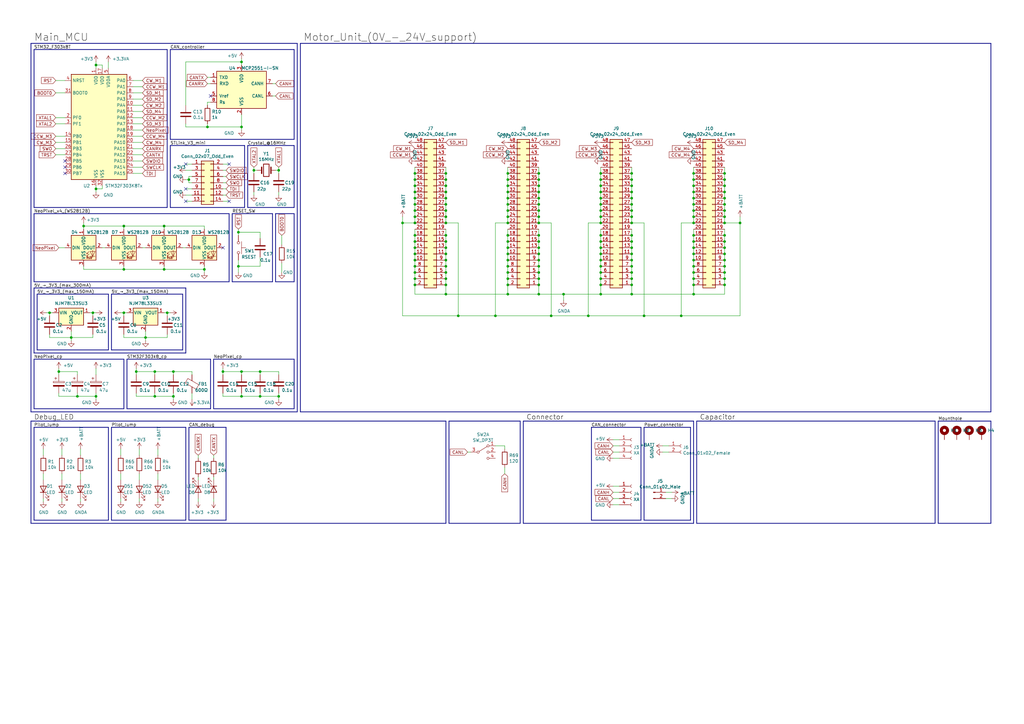
<source format=kicad_sch>
(kicad_sch (version 20211123) (generator eeschema)
  (paper "A3")
  (junction (at 297.18 116.84))
  (junction (at 220.98 120.65))
  (junction (at 259.08 96.52))
  (junction (at 259.08 104.14))
  (junction (at 259.08 83.82))
  (junction (at 220.98 111.76))
  (junction (at 246.38 111.76))
  (junction (at 182.88 111.76))
  (junction (at 38.1 128.27))
  (junction (at 226.06 129.54))
  (junction (at 208.28 99.06))
  (junction (at 208.28 109.22))
  (junction (at 297.18 114.3))
  (junction (at 114.3 162.56))
  (junction (at 114.3 69.85))
  (junction (at 67.31 110.49))
  (junction (at 284.48 91.44))
  (junction (at 246.38 83.82))
  (junction (at 284.48 111.76))
  (junction (at 182.88 86.36))
  (junction (at 83.82 110.49))
  (junction (at 259.08 73.66))
  (junction (at 187.96 129.54))
  (junction (at 297.18 81.28))
  (junction (at 91.44 152.4))
  (junction (at 39.37 26.67))
  (junction (at 182.88 88.9))
  (junction (at 63.5 162.56))
  (junction (at 246.38 101.6))
  (junction (at 208.28 88.9))
  (junction (at 259.08 71.12))
  (junction (at 170.18 76.2))
  (junction (at 182.88 101.6))
  (junction (at 39.37 77.47))
  (junction (at 182.88 120.65))
  (junction (at 182.88 104.14))
  (junction (at 106.68 162.56))
  (junction (at 170.18 73.66))
  (junction (at 220.98 81.28))
  (junction (at 104.14 69.85))
  (junction (at 284.48 86.36))
  (junction (at 284.48 101.6))
  (junction (at 182.88 83.82))
  (junction (at 208.28 76.2))
  (junction (at 220.98 73.66))
  (junction (at 297.18 101.6))
  (junction (at 170.18 78.74))
  (junction (at 284.48 114.3))
  (junction (at 170.18 91.44))
  (junction (at 259.08 106.68))
  (junction (at 208.28 120.65))
  (junction (at 246.38 81.28))
  (junction (at 170.18 81.28))
  (junction (at 220.98 96.52))
  (junction (at 99.06 152.4))
  (junction (at 246.38 104.14))
  (junction (at 297.18 78.74))
  (junction (at 208.28 73.66))
  (junction (at 220.98 78.74))
  (junction (at 50.8 110.49))
  (junction (at 284.48 73.66))
  (junction (at 170.18 83.82))
  (junction (at 297.18 91.44))
  (junction (at 208.28 101.6))
  (junction (at 182.88 73.66))
  (junction (at 259.08 114.3))
  (junction (at 246.38 88.9))
  (junction (at 259.08 81.28))
  (junction (at 208.28 114.3))
  (junction (at 246.38 91.44))
  (junction (at 284.48 104.14))
  (junction (at 170.18 99.06))
  (junction (at 259.08 78.74))
  (junction (at 284.48 83.82))
  (junction (at 220.98 76.2))
  (junction (at 284.48 96.52))
  (junction (at 50.8 92.71))
  (junction (at 297.18 73.66))
  (junction (at 284.48 78.74))
  (junction (at 297.18 111.76))
  (junction (at 34.29 92.71))
  (junction (at 297.18 104.14))
  (junction (at 182.88 106.68))
  (junction (at 246.38 76.2))
  (junction (at 231.14 120.65))
  (junction (at 182.88 99.06))
  (junction (at 170.18 71.12))
  (junction (at 170.18 88.9))
  (junction (at 182.88 71.12))
  (junction (at 182.88 114.3))
  (junction (at 246.38 73.66))
  (junction (at 67.31 92.71))
  (junction (at 246.38 116.84))
  (junction (at 170.18 106.68))
  (junction (at 97.79 95.25))
  (junction (at 24.13 152.4))
  (junction (at 220.98 114.3))
  (junction (at 297.18 86.36))
  (junction (at 246.38 71.12))
  (junction (at 297.18 99.06))
  (junction (at 39.37 162.56))
  (junction (at 99.06 52.07))
  (junction (at 297.18 83.82))
  (junction (at 182.88 76.2))
  (junction (at 182.88 78.74))
  (junction (at 297.18 96.52))
  (junction (at 259.08 88.9))
  (junction (at 85.09 52.07))
  (junction (at 208.28 83.82))
  (junction (at 208.28 81.28))
  (junction (at 59.69 138.43))
  (junction (at 259.08 101.6))
  (junction (at 246.38 86.36))
  (junction (at 170.18 114.3))
  (junction (at 259.08 76.2))
  (junction (at 220.98 101.6))
  (junction (at 55.88 152.4))
  (junction (at 259.08 120.65))
  (junction (at 241.3 129.54))
  (junction (at 220.98 91.44))
  (junction (at 279.4 129.54))
  (junction (at 220.98 109.22))
  (junction (at 246.38 78.74))
  (junction (at 284.48 106.68))
  (junction (at 170.18 86.36))
  (junction (at 259.08 99.06))
  (junction (at 170.18 109.22))
  (junction (at 264.16 129.54))
  (junction (at 246.38 120.65))
  (junction (at 77.47 73.66))
  (junction (at 165.1 91.44))
  (junction (at 203.2 129.54))
  (junction (at 284.48 71.12))
  (junction (at 182.88 109.22))
  (junction (at 284.48 109.22))
  (junction (at 208.28 111.76))
  (junction (at 297.18 71.12))
  (junction (at 20.32 128.27))
  (junction (at 220.98 83.82))
  (junction (at 182.88 96.52))
  (junction (at 63.5 152.4))
  (junction (at 259.08 109.22))
  (junction (at 220.98 71.12))
  (junction (at 170.18 101.6))
  (junction (at 97.79 109.22))
  (junction (at 106.68 152.4))
  (junction (at 99.06 25.4))
  (junction (at 297.18 76.2))
  (junction (at 297.18 106.68))
  (junction (at 68.58 128.27))
  (junction (at 220.98 88.9))
  (junction (at 208.28 78.74))
  (junction (at 208.28 91.44))
  (junction (at 284.48 120.65))
  (junction (at 29.21 138.43))
  (junction (at 259.08 86.36))
  (junction (at 50.8 128.27))
  (junction (at 246.38 106.68))
  (junction (at 284.48 99.06))
  (junction (at 246.38 109.22))
  (junction (at 284.48 116.84))
  (junction (at 99.06 162.56))
  (junction (at 182.88 116.84))
  (junction (at 297.18 109.22))
  (junction (at 208.28 116.84))
  (junction (at 297.18 88.9))
  (junction (at 170.18 104.14))
  (junction (at 259.08 111.76))
  (junction (at 31.75 162.56))
  (junction (at 220.98 106.68))
  (junction (at 259.08 91.44))
  (junction (at 182.88 91.44))
  (junction (at 284.48 81.28))
  (junction (at 259.08 116.84))
  (junction (at 71.12 162.56))
  (junction (at 220.98 99.06))
  (junction (at 220.98 86.36))
  (junction (at 170.18 116.84))
  (junction (at 208.28 104.14))
  (junction (at 208.28 86.36))
  (junction (at 284.48 88.9))
  (junction (at 182.88 81.28))
  (junction (at 220.98 116.84))
  (junction (at 208.28 96.52))
  (junction (at 220.98 104.14))
  (junction (at 71.12 152.4))
  (junction (at 170.18 96.52))
  (junction (at 208.28 106.68))
  (junction (at 246.38 114.3))
  (junction (at 170.18 111.76))
  (junction (at 303.53 91.44))
  (junction (at 208.28 71.12))
  (junction (at 246.38 96.52))
  (junction (at 246.38 99.06))
  (junction (at 284.48 76.2))
  (no_connect (at 76.2 67.31))
  (no_connect (at 76.2 77.47))
  (no_connect (at 26.67 68.58))
  (no_connect (at 91.44 101.6))
  (no_connect (at 93.98 82.55))
  (no_connect (at 86.36 39.37))
  (no_connect (at 26.67 66.04))
  (no_connect (at 26.67 71.12))
  (no_connect (at 76.2 82.55))
  (no_connect (at 93.98 67.31))
  (wire (pts (xy 297.18 68.58) (xy 297.18 71.12)))
  (wire (pts (xy 104.14 69.85) (xy 104.14 71.12)))
  (wire (pts (xy 170.18 83.82) (xy 170.18 81.28)))
  (wire (pts (xy 22.86 38.1) (xy 26.67 38.1)))
  (wire (pts (xy 31.75 152.4) (xy 24.13 152.4)))
  (bus (pts (xy 284.48 214.63) (xy 284.48 172.72)))
  (bus (pts (xy 44.45 175.26) (xy 13.97 175.26)))
  (bus (pts (xy 69.85 57.15) (xy 69.85 20.32)))
  (wire (pts (xy 254 207.01) (xy 251.46 207.01)))
  (wire (pts (xy 297.18 99.06) (xy 297.18 101.6)))
  (wire (pts (xy 220.98 111.76) (xy 220.98 114.3)))
  (wire (pts (xy 50.8 137.16) (xy 50.8 138.43)))
  (wire (pts (xy 274.32 185.42) (xy 271.78 185.42)))
  (wire (pts (xy 220.98 81.28) (xy 220.98 83.82)))
  (wire (pts (xy 231.14 123.19) (xy 231.14 120.65)))
  (bus (pts (xy 264.16 213.36) (xy 264.16 175.26)))
  (wire (pts (xy 259.08 71.12) (xy 259.08 73.66)))
  (wire (pts (xy 41.91 77.47) (xy 41.91 76.2)))
  (wire (pts (xy 254 182.88) (xy 251.46 182.88)))
  (wire (pts (xy 25.4 194.31) (xy 25.4 196.85)))
  (wire (pts (xy 57.15 184.15) (xy 57.15 186.69)))
  (wire (pts (xy 64.77 205.74) (xy 64.77 204.47)))
  (wire (pts (xy 57.15 194.31) (xy 57.15 196.85)))
  (wire (pts (xy 20.32 137.16) (xy 20.32 138.43)))
  (wire (pts (xy 170.18 71.12) (xy 170.18 68.58)))
  (wire (pts (xy 246.38 86.36) (xy 246.38 83.82)))
  (bus (pts (xy 101.6 59.69) (xy 101.6 85.09)))
  (wire (pts (xy 76.2 69.85) (xy 78.74 69.85)))
  (bus (pts (xy 92.71 213.36) (xy 92.71 175.26)))
  (wire (pts (xy 55.88 152.4) (xy 55.88 153.67)))
  (bus (pts (xy 111.76 115.57) (xy 111.76 87.63)))
  (wire (pts (xy 259.08 68.58) (xy 259.08 71.12)))
  (wire (pts (xy 297.18 120.65) (xy 297.18 116.84)))
  (wire (pts (xy 20.32 138.43) (xy 29.21 138.43)))
  (bus (pts (xy 45.72 143.51) (xy 74.93 143.51)))
  (wire (pts (xy 114.3 68.58) (xy 114.3 69.85)))
  (wire (pts (xy 49.53 205.74) (xy 49.53 204.47)))
  (wire (pts (xy 297.18 106.68) (xy 297.18 109.22)))
  (wire (pts (xy 106.68 109.22) (xy 97.79 109.22)))
  (wire (pts (xy 85.09 41.91) (xy 85.09 43.18)))
  (wire (pts (xy 24.13 151.13) (xy 24.13 152.4)))
  (bus (pts (xy 77.47 213.36) (xy 92.71 213.36)))
  (wire (pts (xy 58.42 45.72) (xy 54.61 45.72)))
  (bus (pts (xy 101.6 85.09) (xy 120.65 85.09)))
  (wire (pts (xy 226.06 91.44) (xy 226.06 129.54)))
  (wire (pts (xy 49.53 194.31) (xy 49.53 196.85)))
  (wire (pts (xy 76.2 77.47) (xy 78.74 77.47)))
  (wire (pts (xy 87.63 205.74) (xy 87.63 204.47)))
  (bus (pts (xy 13.97 147.32) (xy 13.97 167.64)))
  (wire (pts (xy 259.08 99.06) (xy 259.08 101.6)))
  (wire (pts (xy 208.28 93.98) (xy 208.28 96.52)))
  (wire (pts (xy 115.57 96.52) (xy 115.57 100.33)))
  (wire (pts (xy 58.42 35.56) (xy 54.61 35.56)))
  (wire (pts (xy 170.18 88.9) (xy 170.18 86.36)))
  (wire (pts (xy 220.98 99.06) (xy 220.98 101.6)))
  (wire (pts (xy 55.88 161.29) (xy 55.88 162.56)))
  (wire (pts (xy 17.78 194.31) (xy 17.78 196.85)))
  (wire (pts (xy 284.48 71.12) (xy 284.48 68.58)))
  (wire (pts (xy 92.71 74.93) (xy 91.44 74.93)))
  (wire (pts (xy 50.8 129.54) (xy 50.8 128.27)))
  (wire (pts (xy 50.8 92.71) (xy 34.29 92.71)))
  (wire (pts (xy 22.86 63.5) (xy 26.67 63.5)))
  (wire (pts (xy 246.38 104.14) (xy 246.38 106.68)))
  (wire (pts (xy 246.38 93.98) (xy 246.38 96.52)))
  (wire (pts (xy 50.8 110.49) (xy 67.31 110.49)))
  (wire (pts (xy 85.09 34.29) (xy 86.36 34.29)))
  (bus (pts (xy 45.72 213.36) (xy 76.2 213.36)))
  (bus (pts (xy 74.93 143.51) (xy 74.93 120.65)))
  (wire (pts (xy 115.57 107.95) (xy 115.57 111.76)))
  (wire (pts (xy 259.08 120.65) (xy 259.08 116.84)))
  (wire (pts (xy 99.06 152.4) (xy 91.44 152.4)))
  (wire (pts (xy 284.48 93.98) (xy 284.48 96.52)))
  (wire (pts (xy 106.68 162.56) (xy 114.3 162.56)))
  (wire (pts (xy 207.01 191.77) (xy 207.01 194.31)))
  (wire (pts (xy 19.05 128.27) (xy 20.32 128.27)))
  (wire (pts (xy 106.68 152.4) (xy 99.06 152.4)))
  (wire (pts (xy 58.42 50.8) (xy 54.61 50.8)))
  (wire (pts (xy 59.69 135.89) (xy 59.69 138.43)))
  (bus (pts (xy 12.7 172.72) (xy 12.7 214.63)))
  (bus (pts (xy 12.7 172.72) (xy 182.88 172.72)))
  (wire (pts (xy 29.21 138.43) (xy 38.1 138.43)))
  (wire (pts (xy 284.48 106.68) (xy 284.48 109.22)))
  (wire (pts (xy 165.1 91.44) (xy 165.1 129.54)))
  (wire (pts (xy 25.4 205.74) (xy 25.4 204.47)))
  (wire (pts (xy 284.48 76.2) (xy 284.48 73.66)))
  (wire (pts (xy 241.3 91.44) (xy 241.3 129.54)))
  (wire (pts (xy 241.3 129.54) (xy 264.16 129.54)))
  (wire (pts (xy 83.82 93.98) (xy 83.82 92.71)))
  (wire (pts (xy 54.61 63.5) (xy 58.42 63.5)))
  (wire (pts (xy 64.77 194.31) (xy 64.77 196.85)))
  (wire (pts (xy 297.18 78.74) (xy 297.18 81.28)))
  (bus (pts (xy 13.97 87.63) (xy 13.97 115.57)))
  (wire (pts (xy 59.69 138.43) (xy 68.58 138.43)))
  (wire (pts (xy 208.28 96.52) (xy 208.28 99.06)))
  (wire (pts (xy 55.88 162.56) (xy 63.5 162.56)))
  (bus (pts (xy 285.75 172.72) (xy 285.75 214.63)))
  (wire (pts (xy 246.38 88.9) (xy 246.38 86.36)))
  (bus (pts (xy 93.98 115.57) (xy 93.98 87.63)))
  (wire (pts (xy 182.88 86.36) (xy 182.88 88.9)))
  (wire (pts (xy 182.88 96.52) (xy 182.88 99.06)))
  (wire (pts (xy 170.18 78.74) (xy 170.18 76.2)))
  (wire (pts (xy 78.74 153.67) (xy 78.74 152.4)))
  (bus (pts (xy 69.85 20.32) (xy 120.65 20.32)))
  (bus (pts (xy 95.25 87.63) (xy 95.25 115.57)))
  (wire (pts (xy 20.32 129.54) (xy 20.32 128.27)))
  (bus (pts (xy 12.7 17.78) (xy 121.92 17.78)))
  (wire (pts (xy 182.88 78.74) (xy 182.88 81.28)))
  (wire (pts (xy 182.88 99.06) (xy 182.88 101.6)))
  (wire (pts (xy 43.18 101.6) (xy 41.91 101.6)))
  (wire (pts (xy 114.3 69.85) (xy 113.03 69.85)))
  (wire (pts (xy 284.48 120.65) (xy 297.18 120.65)))
  (wire (pts (xy 63.5 162.56) (xy 63.5 161.29)))
  (bus (pts (xy 383.54 214.63) (xy 383.54 172.72)))
  (wire (pts (xy 208.28 78.74) (xy 208.28 76.2)))
  (wire (pts (xy 182.88 88.9) (xy 182.88 91.44)))
  (wire (pts (xy 54.61 58.42) (xy 58.42 58.42)))
  (wire (pts (xy 63.5 153.67) (xy 63.5 152.4)))
  (wire (pts (xy 182.88 93.98) (xy 182.88 96.52)))
  (wire (pts (xy 76.2 50.8) (xy 76.2 52.07)))
  (wire (pts (xy 54.61 68.58) (xy 58.42 68.58)))
  (wire (pts (xy 170.18 91.44) (xy 170.18 88.9)))
  (wire (pts (xy 208.28 111.76) (xy 208.28 114.3)))
  (wire (pts (xy 297.18 104.14) (xy 297.18 106.68)))
  (wire (pts (xy 34.29 92.71) (xy 34.29 93.98)))
  (wire (pts (xy 165.1 88.9) (xy 165.1 91.44)))
  (bus (pts (xy 285.75 214.63) (xy 383.54 214.63)))
  (wire (pts (xy 284.48 86.36) (xy 284.48 83.82)))
  (wire (pts (xy 58.42 71.12) (xy 54.61 71.12)))
  (bus (pts (xy 264.16 175.26) (xy 283.21 175.26)))
  (wire (pts (xy 17.78 184.15) (xy 17.78 186.69)))
  (wire (pts (xy 208.28 101.6) (xy 208.28 104.14)))
  (bus (pts (xy 184.15 214.63) (xy 184.15 172.72)))
  (wire (pts (xy 85.09 31.75) (xy 86.36 31.75)))
  (wire (pts (xy 69.85 128.27) (xy 68.58 128.27)))
  (wire (pts (xy 297.18 81.28) (xy 297.18 83.82)))
  (wire (pts (xy 208.28 120.65) (xy 220.98 120.65)))
  (bus (pts (xy 214.63 214.63) (xy 284.48 214.63)))
  (wire (pts (xy 91.44 161.29) (xy 91.44 162.56)))
  (wire (pts (xy 182.88 76.2) (xy 182.88 78.74)))
  (wire (pts (xy 99.06 153.67) (xy 99.06 152.4)))
  (wire (pts (xy 76.2 80.01) (xy 78.74 80.01)))
  (wire (pts (xy 114.3 153.67) (xy 114.3 152.4)))
  (wire (pts (xy 246.38 91.44) (xy 246.38 88.9)))
  (wire (pts (xy 279.4 129.54) (xy 303.53 129.54)))
  (wire (pts (xy 91.44 162.56) (xy 99.06 162.56)))
  (wire (pts (xy 99.06 53.34) (xy 99.06 52.07)))
  (wire (pts (xy 99.06 52.07) (xy 85.09 52.07)))
  (wire (pts (xy 76.2 101.6) (xy 74.93 101.6)))
  (wire (pts (xy 39.37 151.13) (xy 39.37 153.67)))
  (wire (pts (xy 114.3 78.74) (xy 114.3 80.01)))
  (wire (pts (xy 170.18 120.65) (xy 182.88 120.65)))
  (wire (pts (xy 284.48 99.06) (xy 284.48 101.6)))
  (wire (pts (xy 251.46 204.47) (xy 254 204.47)))
  (bus (pts (xy 113.03 87.63) (xy 120.65 87.63)))
  (bus (pts (xy 12.7 214.63) (xy 182.88 214.63)))
  (bus (pts (xy 13.97 144.78) (xy 76.2 144.78)))
  (bus (pts (xy 284.48 172.72) (xy 214.63 172.72)))
  (wire (pts (xy 54.61 43.18) (xy 58.42 43.18)))
  (wire (pts (xy 67.31 109.22) (xy 67.31 110.49)))
  (bus (pts (xy 283.21 213.36) (xy 264.16 213.36)))
  (wire (pts (xy 41.91 26.67) (xy 39.37 26.67)))
  (wire (pts (xy 114.3 162.56) (xy 114.3 163.83)))
  (wire (pts (xy 106.68 161.29) (xy 106.68 162.56)))
  (wire (pts (xy 50.8 109.22) (xy 50.8 110.49)))
  (wire (pts (xy 34.29 109.22) (xy 34.29 110.49)))
  (bus (pts (xy 15.24 120.65) (xy 15.24 143.51)))
  (wire (pts (xy 284.48 104.14) (xy 284.48 106.68)))
  (wire (pts (xy 259.08 81.28) (xy 259.08 83.82)))
  (wire (pts (xy 39.37 26.67) (xy 39.37 25.4)))
  (bus (pts (xy 95.25 115.57) (xy 111.76 115.57)))
  (wire (pts (xy 297.18 86.36) (xy 297.18 88.9)))
  (wire (pts (xy 182.88 111.76) (xy 182.88 114.3)))
  (bus (pts (xy 120.65 167.64) (xy 120.65 147.32)))
  (wire (pts (xy 34.29 91.44) (xy 34.29 92.71)))
  (wire (pts (xy 208.28 91.44) (xy 208.28 88.9)))
  (bus (pts (xy 92.71 175.26) (xy 77.47 175.26)))
  (bus (pts (xy 68.58 20.32) (xy 68.58 85.09)))
  (wire (pts (xy 259.08 96.52) (xy 259.08 99.06)))
  (bus (pts (xy 13.97 167.64) (xy 50.8 167.64)))
  (wire (pts (xy 29.21 135.89) (xy 29.21 138.43)))
  (wire (pts (xy 187.96 91.44) (xy 187.96 129.54)))
  (wire (pts (xy 71.12 162.56) (xy 63.5 162.56)))
  (wire (pts (xy 193.04 185.42) (xy 191.77 185.42)))
  (wire (pts (xy 297.18 76.2) (xy 297.18 78.74)))
  (bus (pts (xy 45.72 120.65) (xy 45.72 143.51)))
  (wire (pts (xy 220.98 83.82) (xy 220.98 86.36)))
  (wire (pts (xy 31.75 161.29) (xy 31.75 162.56)))
  (wire (pts (xy 275.59 201.93) (xy 273.05 201.93)))
  (wire (pts (xy 264.16 129.54) (xy 279.4 129.54)))
  (wire (pts (xy 38.1 129.54) (xy 38.1 128.27)))
  (bus (pts (xy 406.4 168.91) (xy 406.4 17.78)))
  (wire (pts (xy 220.98 116.84) (xy 220.98 120.65)))
  (wire (pts (xy 50.8 93.98) (xy 50.8 92.71)))
  (wire (pts (xy 297.18 96.52) (xy 297.18 99.06)))
  (wire (pts (xy 297.18 114.3) (xy 297.18 116.84)))
  (wire (pts (xy 220.98 109.22) (xy 220.98 111.76)))
  (bus (pts (xy 44.45 143.51) (xy 44.45 120.65)))
  (wire (pts (xy 279.4 91.44) (xy 279.4 129.54)))
  (wire (pts (xy 284.48 96.52) (xy 284.48 99.06)))
  (wire (pts (xy 208.28 76.2) (xy 208.28 73.66)))
  (wire (pts (xy 78.74 152.4) (xy 71.12 152.4)))
  (wire (pts (xy 71.12 163.83) (xy 71.12 162.56)))
  (wire (pts (xy 297.18 83.82) (xy 297.18 86.36)))
  (bus (pts (xy 74.93 120.65) (xy 45.72 120.65)))
  (wire (pts (xy 284.48 111.76) (xy 284.48 114.3)))
  (wire (pts (xy 246.38 76.2) (xy 246.38 73.66)))
  (wire (pts (xy 182.88 114.3) (xy 182.88 116.84)))
  (wire (pts (xy 220.98 68.58) (xy 220.98 71.12)))
  (wire (pts (xy 77.47 73.66) (xy 77.47 74.93)))
  (wire (pts (xy 259.08 76.2) (xy 259.08 78.74)))
  (wire (pts (xy 105.41 69.85) (xy 104.14 69.85)))
  (wire (pts (xy 254 201.93) (xy 251.46 201.93)))
  (wire (pts (xy 26.67 48.26) (xy 22.86 48.26)))
  (wire (pts (xy 220.98 120.65) (xy 231.14 120.65)))
  (wire (pts (xy 207.01 182.88) (xy 203.2 182.88)))
  (wire (pts (xy 182.88 106.68) (xy 182.88 109.22)))
  (wire (pts (xy 170.18 73.66) (xy 170.18 71.12)))
  (bus (pts (xy 13.97 213.36) (xy 44.45 213.36)))
  (wire (pts (xy 246.38 106.68) (xy 246.38 109.22)))
  (wire (pts (xy 92.71 80.01) (xy 91.44 80.01)))
  (wire (pts (xy 297.18 101.6) (xy 297.18 104.14)))
  (wire (pts (xy 71.12 152.4) (xy 63.5 152.4)))
  (wire (pts (xy 259.08 111.76) (xy 259.08 114.3)))
  (wire (pts (xy 39.37 162.56) (xy 39.37 161.29)))
  (wire (pts (xy 106.68 153.67) (xy 106.68 152.4)))
  (wire (pts (xy 246.38 91.44) (xy 241.3 91.44)))
  (wire (pts (xy 26.67 58.42) (xy 22.86 58.42)))
  (wire (pts (xy 76.2 73.66) (xy 77.47 73.66)))
  (wire (pts (xy 54.61 38.1) (xy 58.42 38.1)))
  (bus (pts (xy 100.33 85.09) (xy 100.33 59.69)))
  (wire (pts (xy 284.48 116.84) (xy 284.48 120.65)))
  (bus (pts (xy 121.92 17.78) (xy 121.92 168.91)))
  (wire (pts (xy 187.96 129.54) (xy 203.2 129.54)))
  (bus (pts (xy 44.45 120.65) (xy 15.24 120.65)))
  (wire (pts (xy 38.1 138.43) (xy 38.1 137.16)))
  (wire (pts (xy 208.28 88.9) (xy 208.28 86.36)))
  (wire (pts (xy 26.67 33.02) (xy 22.86 33.02)))
  (bus (pts (xy 86.36 147.32) (xy 52.07 147.32)))
  (wire (pts (xy 284.48 78.74) (xy 284.48 76.2)))
  (wire (pts (xy 284.48 91.44) (xy 279.4 91.44)))
  (wire (pts (xy 208.28 73.66) (xy 208.28 71.12)))
  (wire (pts (xy 170.18 114.3) (xy 170.18 116.84)))
  (bus (pts (xy 123.19 17.78) (xy 406.4 17.78)))
  (wire (pts (xy 78.74 161.29) (xy 78.74 163.83)))
  (bus (pts (xy 120.65 85.09) (xy 120.65 59.69)))
  (wire (pts (xy 49.53 184.15) (xy 49.53 186.69)))
  (wire (pts (xy 22.86 60.96) (xy 26.67 60.96)))
  (bus (pts (xy 123.19 17.78) (xy 123.19 168.91)))
  (wire (pts (xy 106.68 105.41) (xy 106.68 109.22)))
  (bus (pts (xy 76.2 175.26) (xy 45.72 175.26)))
  (wire (pts (xy 297.18 71.12) (xy 297.18 73.66)))
  (wire (pts (xy 246.38 116.84) (xy 246.38 120.65)))
  (wire (pts (xy 25.4 184.15) (xy 25.4 186.69)))
  (wire (pts (xy 182.88 116.84) (xy 182.88 120.65)))
  (wire (pts (xy 284.48 91.44) (xy 284.48 88.9)))
  (wire (pts (xy 114.3 152.4) (xy 106.68 152.4)))
  (bus (pts (xy 13.97 175.26) (xy 13.97 213.36)))
  (wire (pts (xy 254 199.39) (xy 251.46 199.39)))
  (wire (pts (xy 297.18 88.9) (xy 297.18 91.44)))
  (wire (pts (xy 33.02 184.15) (xy 33.02 186.69)))
  (wire (pts (xy 50.8 128.27) (xy 52.07 128.27)))
  (wire (pts (xy 54.61 53.34) (xy 58.42 53.34)))
  (wire (pts (xy 170.18 86.36) (xy 170.18 83.82)))
  (wire (pts (xy 91.44 67.31) (xy 93.98 67.31)))
  (wire (pts (xy 39.37 162.56) (xy 39.37 163.83)))
  (wire (pts (xy 170.18 91.44) (xy 165.1 91.44)))
  (bus (pts (xy 121.92 168.91) (xy 12.7 168.91)))
  (bus (pts (xy 242.57 175.26) (xy 242.57 213.36)))
  (wire (pts (xy 182.88 83.82) (xy 182.88 86.36)))
  (wire (pts (xy 39.37 128.27) (xy 38.1 128.27)))
  (wire (pts (xy 170.18 109.22) (xy 170.18 111.76)))
  (wire (pts (xy 170.18 101.6) (xy 170.18 104.14)))
  (bus (pts (xy 50.8 147.32) (xy 13.97 147.32)))
  (bus (pts (xy 13.97 115.57) (xy 93.98 115.57)))
  (wire (pts (xy 303.53 129.54) (xy 303.53 91.44)))
  (bus (pts (xy 13.97 118.11) (xy 13.97 144.78)))
  (wire (pts (xy 50.8 138.43) (xy 59.69 138.43)))
  (wire (pts (xy 68.58 128.27) (xy 67.31 128.27)))
  (wire (pts (xy 246.38 120.65) (xy 259.08 120.65)))
  (bus (pts (xy 52.07 147.32) (xy 52.07 167.64)))
  (wire (pts (xy 104.14 78.74) (xy 104.14 80.01)))
  (wire (pts (xy 226.06 129.54) (xy 241.3 129.54)))
  (wire (pts (xy 208.28 71.12) (xy 208.28 68.58)))
  (wire (pts (xy 259.08 88.9) (xy 259.08 91.44)))
  (bus (pts (xy 120.65 115.57) (xy 120.65 87.63)))
  (wire (pts (xy 24.13 101.6) (xy 26.67 101.6)))
  (bus (pts (xy 76.2 144.78) (xy 76.2 118.11)))
  (wire (pts (xy 297.18 93.98) (xy 297.18 96.52)))
  (wire (pts (xy 208.28 83.82) (xy 208.28 81.28)))
  (bus (pts (xy 45.72 175.26) (xy 45.72 213.36)))
  (bus (pts (xy 214.63 172.72) (xy 214.63 214.63)))
  (wire (pts (xy 246.38 99.06) (xy 246.38 101.6)))
  (bus (pts (xy 76.2 213.36) (xy 76.2 175.26)))
  (wire (pts (xy 54.61 66.04) (xy 58.42 66.04)))
  (bus (pts (xy 406.4 172.72) (xy 406.4 214.63)))
  (wire (pts (xy 208.28 120.65) (xy 208.28 116.84)))
  (bus (pts (xy 12.7 168.91) (xy 12.7 17.78)))
  (wire (pts (xy 182.88 71.12) (xy 182.88 68.58)))
  (wire (pts (xy 58.42 55.88) (xy 54.61 55.88)))
  (bus (pts (xy 123.19 168.91) (xy 406.4 168.91)))
  (wire (pts (xy 54.61 33.02) (xy 58.42 33.02)))
  (wire (pts (xy 99.06 25.4) (xy 99.06 26.67)))
  (bus (pts (xy 120.65 59.69) (xy 101.6 59.69)))
  (wire (pts (xy 58.42 40.64) (xy 54.61 40.64)))
  (wire (pts (xy 91.44 151.13) (xy 91.44 152.4)))
  (wire (pts (xy 85.09 52.07) (xy 85.09 50.8)))
  (wire (pts (xy 97.79 109.22) (xy 97.79 111.76)))
  (wire (pts (xy 303.53 91.44) (xy 297.18 91.44)))
  (wire (pts (xy 182.88 91.44) (xy 187.96 91.44)))
  (wire (pts (xy 208.28 114.3) (xy 208.28 116.84)))
  (wire (pts (xy 26.67 55.88) (xy 22.86 55.88)))
  (wire (pts (xy 208.28 99.06) (xy 208.28 101.6)))
  (wire (pts (xy 220.98 101.6) (xy 220.98 104.14)))
  (bus (pts (xy 76.2 118.11) (xy 13.97 118.11)))
  (wire (pts (xy 91.44 77.47) (xy 92.71 77.47)))
  (wire (pts (xy 275.59 204.47) (xy 273.05 204.47)))
  (wire (pts (xy 264.16 129.54) (xy 264.16 91.44)))
  (wire (pts (xy 259.08 106.68) (xy 259.08 109.22)))
  (wire (pts (xy 76.2 52.07) (xy 85.09 52.07)))
  (wire (pts (xy 31.75 153.67) (xy 31.75 152.4)))
  (wire (pts (xy 208.28 81.28) (xy 208.28 78.74)))
  (wire (pts (xy 83.82 110.49) (xy 83.82 109.22)))
  (wire (pts (xy 207.01 184.15) (xy 207.01 182.88)))
  (wire (pts (xy 259.08 73.66) (xy 259.08 76.2)))
  (wire (pts (xy 67.31 93.98) (xy 67.31 92.71)))
  (bus (pts (xy 68.58 85.09) (xy 13.97 85.09)))
  (bus (pts (xy 50.8 167.64) (xy 50.8 147.32)))
  (wire (pts (xy 165.1 129.54) (xy 187.96 129.54)))
  (wire (pts (xy 220.98 76.2) (xy 220.98 78.74)))
  (wire (pts (xy 97.79 93.98) (xy 97.79 95.25)))
  (wire (pts (xy 20.32 128.27) (xy 21.59 128.27)))
  (bus (pts (xy 120.65 20.32) (xy 120.65 57.15)))
  (wire (pts (xy 81.28 195.58) (xy 81.28 196.85)))
  (wire (pts (xy 220.98 73.66) (xy 220.98 76.2)))
  (wire (pts (xy 99.06 24.13) (xy 99.06 25.4)))
  (wire (pts (xy 81.28 186.69) (xy 81.28 187.96)))
  (wire (pts (xy 220.98 114.3) (xy 220.98 116.84)))
  (wire (pts (xy 220.98 88.9) (xy 220.98 91.44)))
  (wire (pts (xy 68.58 138.43) (xy 68.58 137.16)))
  (wire (pts (xy 284.48 83.82) (xy 284.48 81.28)))
  (bus (pts (xy 384.81 214.63) (xy 406.4 214.63)))
  (wire (pts (xy 76.2 25.4) (xy 99.06 25.4)))
  (bus (pts (xy 87.63 167.64) (xy 120.65 167.64)))
  (wire (pts (xy 170.18 99.06) (xy 170.18 101.6)))
  (wire (pts (xy 59.69 101.6) (xy 58.42 101.6)))
  (wire (pts (xy 303.53 88.9) (xy 303.53 91.44)))
  (bus (pts (xy 184.15 214.63) (xy 213.36 214.63)))
  (wire (pts (xy 259.08 109.22) (xy 259.08 111.76)))
  (wire (pts (xy 271.78 182.88) (xy 274.32 182.88)))
  (wire (pts (xy 76.2 82.55) (xy 78.74 82.55)))
  (wire (pts (xy 284.48 88.9) (xy 284.48 86.36)))
  (bus (pts (xy 15.24 143.51) (xy 44.45 143.51)))
  (wire (pts (xy 64.77 184.15) (xy 64.77 186.69)))
  (wire (pts (xy 297.18 73.66) (xy 297.18 76.2)))
  (wire (pts (xy 170.18 111.76) (xy 170.18 114.3)))
  (wire (pts (xy 31.75 162.56) (xy 24.13 162.56)))
  (wire (pts (xy 78.74 72.39) (xy 77.47 72.39)))
  (wire (pts (xy 170.18 104.14) (xy 170.18 106.68)))
  (wire (pts (xy 33.02 194.31) (xy 33.02 196.85)))
  (wire (pts (xy 246.38 111.76) (xy 246.38 114.3)))
  (wire (pts (xy 113.03 34.29) (xy 111.76 34.29)))
  (wire (pts (xy 68.58 129.54) (xy 68.58 128.27)))
  (bus (pts (xy 93.98 87.63) (xy 13.97 87.63)))
  (wire (pts (xy 39.37 78.74) (xy 39.37 77.47)))
  (wire (pts (xy 114.3 162.56) (xy 114.3 161.29)))
  (wire (pts (xy 220.98 93.98) (xy 220.98 96.52)))
  (wire (pts (xy 246.38 73.66) (xy 246.38 71.12)))
  (wire (pts (xy 87.63 195.58) (xy 87.63 196.85)))
  (bus (pts (xy 383.54 172.72) (xy 285.75 172.72)))
  (wire (pts (xy 259.08 78.74) (xy 259.08 81.28)))
  (wire (pts (xy 284.48 109.22) (xy 284.48 111.76)))
  (wire (pts (xy 83.82 92.71) (xy 67.31 92.71)))
  (wire (pts (xy 114.3 71.12) (xy 114.3 69.85)))
  (bus (pts (xy 213.36 214.63) (xy 213.36 172.72)))
  (wire (pts (xy 83.82 111.76) (xy 83.82 110.49)))
  (wire (pts (xy 220.98 96.52) (xy 220.98 99.06)))
  (wire (pts (xy 259.08 86.36) (xy 259.08 88.9)))
  (wire (pts (xy 246.38 114.3) (xy 246.38 116.84)))
  (wire (pts (xy 208.28 109.22) (xy 208.28 111.76)))
  (wire (pts (xy 44.45 27.94) (xy 44.45 25.4)))
  (bus (pts (xy 283.21 175.26) (xy 283.21 213.36)))
  (wire (pts (xy 284.48 73.66) (xy 284.48 71.12)))
  (wire (pts (xy 33.02 205.74) (xy 33.02 204.47)))
  (bus (pts (xy 111.76 87.63) (xy 95.25 87.63)))
  (wire (pts (xy 77.47 74.93) (xy 78.74 74.93)))
  (bus (pts (xy 87.63 147.32) (xy 87.63 167.64)))
  (wire (pts (xy 259.08 114.3) (xy 259.08 116.84)))
  (bus (pts (xy 113.03 115.57) (xy 120.65 115.57)))
  (wire (pts (xy 111.76 39.37) (xy 113.03 39.37)))
  (wire (pts (xy 76.2 43.18) (xy 76.2 25.4)))
  (wire (pts (xy 39.37 77.47) (xy 41.91 77.47)))
  (wire (pts (xy 57.15 205.74) (xy 57.15 204.47)))
  (wire (pts (xy 251.46 185.42) (xy 254 185.42)))
  (wire (pts (xy 91.44 82.55) (xy 93.98 82.55)))
  (wire (pts (xy 39.37 77.47) (xy 39.37 76.2)))
  (wire (pts (xy 67.31 110.49) (xy 83.82 110.49)))
  (wire (pts (xy 24.13 153.67) (xy 24.13 152.4)))
  (wire (pts (xy 246.38 109.22) (xy 246.38 111.76)))
  (bus (pts (xy 86.36 167.64) (xy 86.36 147.32)))
  (wire (pts (xy 246.38 78.74) (xy 246.38 76.2)))
  (wire (pts (xy 17.78 205.74) (xy 17.78 204.47)))
  (bus (pts (xy 113.03 87.63) (xy 113.03 115.57)))
  (wire (pts (xy 86.36 41.91) (xy 85.09 41.91)))
  (wire (pts (xy 31.75 162.56) (xy 39.37 162.56)))
  (wire (pts (xy 297.18 109.22) (xy 297.18 111.76)))
  (wire (pts (xy 49.53 128.27) (xy 50.8 128.27)))
  (wire (pts (xy 92.71 69.85) (xy 91.44 69.85)))
  (wire (pts (xy 76.2 67.31) (xy 78.74 67.31)))
  (wire (pts (xy 220.98 71.12) (xy 220.98 73.66)))
  (wire (pts (xy 203.2 129.54) (xy 203.2 91.44)))
  (wire (pts (xy 259.08 101.6) (xy 259.08 104.14)))
  (wire (pts (xy 208.28 86.36) (xy 208.28 83.82)))
  (wire (pts (xy 182.88 81.28) (xy 182.88 83.82)))
  (wire (pts (xy 97.79 95.25) (xy 106.68 95.25)))
  (wire (pts (xy 220.98 106.68) (xy 220.98 109.22)))
  (bus (pts (xy 120.65 57.15) (xy 69.85 57.15)))
  (wire (pts (xy 106.68 162.56) (xy 99.06 162.56)))
  (wire (pts (xy 182.88 109.22) (xy 182.88 111.76)))
  (wire (pts (xy 264.16 91.44) (xy 259.08 91.44)))
  (wire (pts (xy 231.14 120.65) (xy 246.38 120.65)))
  (bus (pts (xy 44.45 213.36) (xy 44.45 175.26)))
  (wire (pts (xy 220.98 78.74) (xy 220.98 81.28)))
  (bus (pts (xy 120.65 147.32) (xy 87.63 147.32)))
  (wire (pts (xy 182.88 104.14) (xy 182.88 106.68)))
  (wire (pts (xy 170.18 106.68) (xy 170.18 109.22)))
  (wire (pts (xy 297.18 111.76) (xy 297.18 114.3)))
  (wire (pts (xy 220.98 104.14) (xy 220.98 106.68)))
  (wire (pts (xy 246.38 96.52) (xy 246.38 99.06)))
  (bus (pts (xy 406.4 172.72) (xy 384.81 172.72)))
  (wire (pts (xy 106.68 95.25) (xy 106.68 97.79)))
  (wire (pts (xy 91.44 152.4) (xy 91.44 153.67)))
  (wire (pts (xy 59.69 139.7) (xy 59.69 138.43)))
  (wire (pts (xy 34.29 110.49) (xy 50.8 110.49)))
  (wire (pts (xy 97.79 109.22) (xy 97.79 106.68)))
  (wire (pts (xy 259.08 104.14) (xy 259.08 106.68)))
  (bus (pts (xy 13.97 20.32) (xy 68.58 20.32)))
  (bus (pts (xy 69.85 59.69) (xy 69.85 85.09)))
  (bus (pts (xy 100.33 59.69) (xy 69.85 59.69)))
  (wire (pts (xy 41.91 27.94) (xy 41.91 26.67)))
  (wire (pts (xy 97.79 95.25) (xy 97.79 96.52)))
  (bus (pts (xy 69.85 85.09) (xy 100.33 85.09)))
  (bus (pts (xy 52.07 167.64) (xy 86.36 167.64)))
  (wire (pts (xy 246.38 83.82) (xy 246.38 81.28)))
  (wire (pts (xy 246.38 81.28) (xy 246.38 78.74)))
  (wire (pts (xy 99.06 46.99) (xy 99.06 52.07)))
  (wire (pts (xy 254 180.34) (xy 251.46 180.34)))
  (wire (pts (xy 182.88 73.66) (xy 182.88 76.2)))
  (wire (pts (xy 220.98 86.36) (xy 220.98 88.9)))
  (wire (pts (xy 259.08 93.98) (xy 259.08 96.52)))
  (bus (pts (xy 77.47 175.26) (xy 77.47 213.36)))
  (bus (pts (xy 242.57 213.36) (xy 262.89 213.36)))
  (wire (pts (xy 67.31 92.71) (xy 50.8 92.71)))
  (wire (pts (xy 170.18 116.84) (xy 170.18 120.65)))
  (wire (pts (xy 22.86 50.8) (xy 26.67 50.8)))
  (wire (pts (xy 203.2 91.44) (xy 208.28 91.44)))
  (wire (pts (xy 170.18 76.2) (xy 170.18 73.66)))
  (wire (pts (xy 208.28 104.14) (xy 208.28 106.68)))
  (wire (pts (xy 284.48 101.6) (xy 284.48 104.14)))
  (wire (pts (xy 29.21 139.7) (xy 29.21 138.43)))
  (wire (pts (xy 246.38 101.6) (xy 246.38 104.14)))
  (wire (pts (xy 284.48 114.3) (xy 284.48 116.84)))
  (wire (pts (xy 81.28 205.74) (xy 81.28 204.47)))
  (wire (pts (xy 38.1 128.27) (xy 36.83 128.27)))
  (wire (pts (xy 71.12 161.29) (xy 71.12 162.56)))
  (wire (pts (xy 71.12 153.67) (xy 71.12 152.4)))
  (wire (pts (xy 170.18 96.52) (xy 170.18 99.06)))
  (wire (pts (xy 87.63 186.69) (xy 87.63 187.96)))
  (wire (pts (xy 24.13 162.56) (xy 24.13 161.29)))
  (wire (pts (xy 208.28 106.68) (xy 208.28 109.22)))
  (wire (pts (xy 39.37 27.94) (xy 39.37 26.67)))
  (wire (pts (xy 63.5 152.4) (xy 55.88 152.4)))
  (wire (pts (xy 254 187.96) (xy 251.46 187.96)))
  (bus (pts (xy 213.36 172.72) (xy 184.15 172.72)))
  (wire (pts (xy 284.48 81.28) (xy 284.48 78.74)))
  (wire (pts (xy 77.47 72.39) (xy 77.47 73.66)))
  (wire (pts (xy 246.38 71.12) (xy 246.38 68.58)))
  (wire (pts (xy 54.61 60.96) (xy 58.42 60.96)))
  (wire (pts (xy 54.61 48.26) (xy 58.42 48.26)))
  (wire (pts (xy 182.88 101.6) (xy 182.88 104.14)))
  (bus (pts (xy 13.97 85.09) (xy 13.97 20.32)))
  (wire (pts (xy 99.06 162.56) (xy 99.06 161.29)))
  (bus (pts (xy 262.89 175.26) (xy 242.57 175.26)))
  (wire (pts (xy 259.08 83.82) (xy 259.08 86.36)))
  (bus (pts (xy 262.89 213.36) (xy 262.89 175.26)))
  (wire (pts (xy 170.18 81.28) (xy 170.18 78.74)))
  (wire (pts (xy 182.88 120.65) (xy 208.28 120.65)))
  (wire (pts (xy 104.14 68.58) (xy 104.14 69.85)))
  (wire (pts (xy 55.88 151.13) (xy 55.88 152.4)))
  (wire (pts (xy 259.08 120.65) (xy 284.48 120.65)))
  (bus (pts (xy 384.81 172.72) (xy 384.81 214.63)))
  (wire (pts (xy 170.18 93.98) (xy 170.18 96.52)))
  (wire (pts (xy 182.88 71.12) (xy 182.88 73.66)))
  (wire (pts (xy 220.98 91.44) (xy 226.06 91.44)))
  (wire (pts (xy 91.44 72.39) (xy 92.71 72.39)))
  (wire (pts (xy 203.2 129.54) (xy 226.06 129.54)))
  (bus (pts (xy 182.88 172.72) (xy 182.88 214.63)))
  (label "Main_MCU" (at 13.97 17.78 0) (effects (font (size 2.9972 2.9972))))
  (label "CAN_connector" (at 242.57 175.26 0))
  (label "Power_connector" (at 264.16 175.26 0))
  (label "5V_→_3V3_(max_300mA)" (at 13.97 118.11 0))
  (label "NeoPixel_x4_(WS2812B)" (at 13.97 87.63 0))
  (label "STLink_V3_mini" (at 69.85 59.69 0))
  (label "NeoPixel_cp" (at 13.97 147.32 0))
  (label "5V_→_3V3_(max_150mA)" (at 15.24 120.65 0))
  (label "Debug_LED" (at 13.97 172.72 0) (effects (font (size 2.0066 2.0066))))
  (label "5V_→_3V3_(max_150mA)" (at 45.72 120.65 0))
  (label "CAN_controller" (at 69.85 20.32 0))
  (label "Pilot_lump" (at 13.97 175.26 0))
  (label "Crystal_@16MHz" (at 101.6 59.69 0))
  (label "Capacitor" (at 287.02 172.72 0) (effects (font (size 2.0066 2.0066))))
  (label "CAN_debug" (at 77.47 175.26 0))
  (label "RESET_SW" (at 95.25 87.63 0))
  (label "Connector" (at 215.9 172.72 0) (effects (font (size 2.0066 2.0066))))
  (label "NeoPixel_cp" (at 87.63 147.32 0))
  (label "Pilot_lump" (at 45.72 175.26 0))
  (label "STM32_F303k8T" (at 13.97 20.32 0))
  (label "STM32F303k8_cp" (at 52.07 147.32 0))
  (label "Mounthole" (at 384.81 172.72 0))
  (label "Motor_Unit_(0V_-_24V_support)" (at 124.46 17.78 0) (effects (font (size 2.9972 2.9972))))
  (global_label "CANH" (shape input) (at 113.03 34.29 0) (property "Intersheet References" "${INTERSHEET_REFS}" (effects hide)))
  (global_label "CCW_M2" (shape input) (at 208.28 63.5 180) (property "Intersheet References" "${INTERSHEET_REFS}" (effects hide)))
  (global_label "SD_M1" (shape input) (at 182.88 58.42 0) (property "Intersheet References" "${INTERSHEET_REFS}" (effects hide)))
  (global_label "CANTX" (shape input) (at 87.63 186.69 90) (property "Intersheet References" "${INTERSHEET_REFS}" (effects hide)))
  (global_label "CANRX" (shape input) (at 58.42 60.96 0) (property "Intersheet References" "${INTERSHEET_REFS}" (effects hide)))
  (global_label "XTAL1" (shape input) (at 114.3 68.58 90) (property "Intersheet References" "${INTERSHEET_REFS}" (effects hide)))
  (global_label "CANH" (shape input) (at 251.46 182.88 180) (property "Intersheet References" "${INTERSHEET_REFS}" (effects hide)))
  (global_label "CCW_M1" (shape input) (at 170.18 63.5 180) (property "Intersheet References" "${INTERSHEET_REFS}" (effects hide)))
  (global_label "CW_M2" (shape input) (at 58.42 43.18 0) (property "Intersheet References" "${INTERSHEET_REFS}" (effects hide)))
  (global_label "SD_M4" (shape input) (at 58.42 45.72 0) (property "Intersheet References" "${INTERSHEET_REFS}" (effects hide)))
  (global_label "TDI" (shape input) (at 92.71 77.47 0) (property "Intersheet References" "${INTERSHEET_REFS}" (effects hide)))
  (global_label "CCW_M4" (shape input) (at 284.48 63.5 180) (property "Intersheet References" "${INTERSHEET_REFS}" (effects hide)))
  (global_label "SWCLK" (shape input) (at 92.71 72.39 0) (property "Intersheet References" "${INTERSHEET_REFS}" (effects hide)))
  (global_label "CANH" (shape input) (at 207.01 194.31 270) (property "Intersheet References" "${INTERSHEET_REFS}" (effects hide)))
  (global_label "RST" (shape input) (at 22.86 33.02 180) (property "Intersheet References" "${INTERSHEET_REFS}" (effects hide)))
  (global_label "CANL" (shape input) (at 113.03 39.37 0) (property "Intersheet References" "${INTERSHEET_REFS}" (effects hide)))
  (global_label "NeoPixel" (shape input) (at 24.13 101.6 180) (property "Intersheet References" "${INTERSHEET_REFS}" (effects hide)))
  (global_label "CANL" (shape input) (at 251.46 185.42 180) (property "Intersheet References" "${INTERSHEET_REFS}" (effects hide)))
  (global_label "SWDIO" (shape input) (at 58.42 66.04 0) (property "Intersheet References" "${INTERSHEET_REFS}" (effects hide)))
  (global_label "CW_M1" (shape input) (at 170.18 60.96 180) (property "Intersheet References" "${INTERSHEET_REFS}" (effects hide)))
  (global_label "SD_M1" (shape input) (at 58.42 38.1 0) (property "Intersheet References" "${INTERSHEET_REFS}" (effects hide)))
  (global_label "CANRX" (shape input) (at 81.28 186.69 90) (property "Intersheet References" "${INTERSHEET_REFS}" (effects hide)))
  (global_label "XTAL2" (shape input) (at 22.86 50.8 180) (property "Intersheet References" "${INTERSHEET_REFS}" (effects hide)))
  (global_label "SD_M3" (shape input) (at 259.08 58.42 0) (property "Intersheet References" "${INTERSHEET_REFS}" (effects hide)))
  (global_label "TRST" (shape input) (at 22.86 63.5 180) (property "Intersheet References" "${INTERSHEET_REFS}" (effects hide)))
  (global_label "SD_M3" (shape input) (at 58.42 50.8 0) (property "Intersheet References" "${INTERSHEET_REFS}" (effects hide)))
  (global_label "CW_M3" (shape input) (at 246.38 60.96 180) (property "Intersheet References" "${INTERSHEET_REFS}" (effects hide)))
  (global_label "CANTX" (shape input) (at 58.42 63.5 0) (property "Intersheet References" "${INTERSHEET_REFS}" (effects hide)))
  (global_label "NeoPixel" (shape input) (at 58.42 53.34 0) (property "Intersheet References" "${INTERSHEET_REFS}" (effects hide)))
  (global_label "SD_M2" (shape input) (at 58.42 40.64 0) (property "Intersheet References" "${INTERSHEET_REFS}" (effects hide)))
  (global_label "XTAL1" (shape input) (at 22.86 48.26 180) (property "Intersheet References" "${INTERSHEET_REFS}" (effects hide)))
  (global_label "CW_M2" (shape input) (at 208.28 60.96 180) (property "Intersheet References" "${INTERSHEET_REFS}" (effects hide)))
  (global_label "BOOT0" (shape input) (at 115.57 96.52 90) (property "Intersheet References" "${INTERSHEET_REFS}" (effects hide)))
  (global_label "SWO" (shape input) (at 92.71 74.93 0) (property "Intersheet References" "${INTERSHEET_REFS}" (effects hide)))
  (global_label "CW_M4" (shape input) (at 58.42 58.42 0) (property "Intersheet References" "${INTERSHEET_REFS}" (effects hide)))
  (global_label "RST" (shape input) (at 97.79 93.98 90) (property "Intersheet References" "${INTERSHEET_REFS}" (effects hide)))
  (global_label "CANRX" (shape input) (at 85.09 34.29 180) (property "Intersheet References" "${INTERSHEET_REFS}" (effects hide)))
  (global_label "SWO" (shape input) (at 22.86 60.96 180) (property "Intersheet References" "${INTERSHEET_REFS}" (effects hide)))
  (global_label "CCW_M3" (shape input) (at 22.86 55.88 180) (property "Intersheet References" "${INTERSHEET_REFS}" (effects hide)))
  (global_label "CANTX" (shape input) (at 85.09 31.75 180) (property "Intersheet References" "${INTERSHEET_REFS}" (effects hide)))
  (global_label "XTAL2" (shape input) (at 104.14 68.58 90) (property "Intersheet References" "${INTERSHEET_REFS}" (effects hide)))
  (global_label "CCW_M1" (shape input) (at 58.42 35.56 0) (property "Intersheet References" "${INTERSHEET_REFS}" (effects hide)))
  (global_label "CCW_M4" (shape input) (at 58.42 55.88 0) (property "Intersheet References" "${INTERSHEET_REFS}" (effects hide)))
  (global_label "BOOT0" (shape input) (at 22.86 38.1 180) (property "Intersheet References" "${INTERSHEET_REFS}" (effects hide)))
  (global_label "CANL" (shape input) (at 251.46 204.47 180) (property "Intersheet References" "${INTERSHEET_REFS}" (effects hide)))
  (global_label "CANL" (shape input) (at 191.77 185.42 180) (property "Intersheet References" "${INTERSHEET_REFS}" (effects hide)))
  (global_label "SD_M2" (shape input) (at 220.98 58.42 0) (property "Intersheet References" "${INTERSHEET_REFS}" (effects hide)))
  (global_label "TRST" (shape input) (at 92.71 80.01 0) (property "Intersheet References" "${INTERSHEET_REFS}" (effects hide)))
  (global_label "SWDIO" (shape input) (at 92.71 69.85 0) (property "Intersheet References" "${INTERSHEET_REFS}" (effects hide)))
  (global_label "CW_M4" (shape input) (at 284.48 60.96 180) (property "Intersheet References" "${INTERSHEET_REFS}" (effects hide)))
  (global_label "CANH" (shape input) (at 251.46 201.93 180) (property "Intersheet References" "${INTERSHEET_REFS}" (effects hide)))
  (global_label "SD_M4" (shape input) (at 297.18 58.42 0) (property "Intersheet References" "${INTERSHEET_REFS}" (effects hide)))
  (global_label "CCW_M2" (shape input) (at 58.42 48.26 0) (property "Intersheet References" "${INTERSHEET_REFS}" (effects hide)))
  (global_label "SWCLK" (shape input) (at 58.42 68.58 0) (property "Intersheet References" "${INTERSHEET_REFS}" (effects hide)))
  (global_label "TDI" (shape input) (at 58.42 71.12 0) (property "Intersheet References" "${INTERSHEET_REFS}" (effects hide)))
  (global_label "CCW_M3" (shape input) (at 246.38 63.5 180) (property "Intersheet References" "${INTERSHEET_REFS}" (effects hide)))
  (global_label "CW_M3" (shape input) (at 22.86 58.42 180) (property "Intersheet References" "${INTERSHEET_REFS}" (effects hide)))
  (global_label "CW_M1" (shape input) (at 58.42 33.02 0) (property "Intersheet References" "${INTERSHEET_REFS}" (effects hide)))
  (symbol (lib_id "Device:R") (at 17.78 190.5 0) (unit 1)
    (property "Reference" "R1" (at 19.558 189.3316 0) (effects (justify left)))
    (property "Value" "10k" (at 19.558 191.643 0) (effects (justify left)))
    (property "Footprint" "Resistor_SMD:R_0603_1608Metric" (effects hide))
  )
  (symbol (lib_id "Device:LED") (at 17.78 200.66 90) (unit 1)
    (property "Reference" "D1" (at 19.05 199.39 90) (effects (justify right)))
    (property "Value" "LED" (at 19.05 201.93 90) (effects (justify right)))
    (property "Footprint" "LED_SMD:LED_0603_1608Metric" (effects hide))
  )
  (symbol (lib_id "Device:C") (at 38.1 133.35 0) (unit 1)
    (property "Reference" "C5" (at 40.64 133.35 0) (effects (justify left)))
    (property "Value" "0.1u" (at 39.37 135.89 0) (effects (justify left)))
    (property "Footprint" "Capacitor_SMD:C_0603_1608Metric" (effects hide))
  )
  (symbol (lib_id "MCU_ST_STM32F3:STM32F303K8Tx") (at 41.91 50.8 0) (unit 1)
    (property "Reference" "U2" (at 35.56 76.2 0))
    (property "Value" "STM32F303K8Tx" (at 50.8 76.2 0))
    (property "Footprint" "Package_QFP:LQFP-32_7x7mm_P0.8mm" (effects hide))
    (property "Datasheet" "http://www.st.com/st-web-ui/static/active/en/resource/technical/document/datasheet/DM00092070.pdf" (effects hide))
  )
  (symbol (lib_id "Interface_CAN_LIN:MCP2551-I-SN") (at 99.06 36.83 0) (unit 1)
    (property "Reference" "U4" (at 95.25 27.94 0))
    (property "Value" "MCP2551-I-SN" (at 106.68 27.94 0))
    (property "Footprint" "Package_SO:SOIC-8_3.9x4.9mm_P1.27mm" (effects hide))
    (property "Datasheet" "http://ww1.microchip.com/downloads/en/devicedoc/21667d.pdf" (effects hide))
  )
  (symbol (lib_id "power:+3V3") (at 81.28 205.74 180) (unit 1)
    (property "Reference" "#PWR0161" (effects hide))
    (property "Value" "+3V3" (at 80.899 210.1342 0))
  )
  (symbol (lib_id "power:+3V3") (at 87.63 205.74 180) (unit 1)
    (property "Reference" "#PWR0162" (effects hide))
    (property "Value" "+3V3" (at 87.249 210.1342 0))
  )
  (symbol (lib_id "power:GND") (at 39.37 78.74 0) (unit 1)
    (property "Reference" "#PWR012" (effects hide))
    (property "Value" "GND" (at 44.45 80.01 0))
  )
  (symbol (lib_id "power:+3V3") (at 39.37 25.4 0) (unit 1)
    (property "Reference" "#PWR011" (effects hide))
    (property "Value" "+3V3" (at 35.56 24.13 0))
  )
  (symbol (lib_id "Device:R") (at 85.09 46.99 0) (unit 1)
    (property "Reference" "R10" (at 86.868 45.8216 0) (effects (justify left)))
    (property "Value" "1k" (at 86.868 48.133 0) (effects (justify left)))
    (property "Footprint" "Resistor_SMD:R_0603_1608Metric" (effects hide))
  )
  (symbol (lib_id "Device:C") (at 76.2 46.99 0) (unit 1)
    (property "Reference" "C13" (at 79.121 45.8216 0) (effects (justify left)))
    (property "Value" "0.1u" (at 79.121 48.133 0) (effects (justify left)))
    (property "Footprint" "Capacitor_SMD:C_0603_1608Metric" (effects hide))
  )
  (symbol (lib_id "power:GND") (at 17.78 205.74 0) (unit 1)
    (property "Reference" "#PWR03" (effects hide))
    (property "Value" "GND" (at 17.907 210.1342 0))
  )
  (symbol (lib_id "power:+5V") (at 17.78 184.15 0) (unit 1)
    (property "Reference" "#PWR02" (effects hide))
    (property "Value" "+5V" (at 17.78 180.34 0))
  )
  (symbol (lib_id "Device:R") (at 25.4 190.5 0) (unit 1)
    (property "Reference" "R2" (at 27.178 189.3316 0) (effects (justify left)))
    (property "Value" "10k" (at 27.178 191.643 0) (effects (justify left)))
    (property "Footprint" "Resistor_SMD:R_0603_1608Metric" (effects hide))
  )
  (symbol (lib_id "Device:LED") (at 25.4 200.66 90) (unit 1)
    (property "Reference" "D2" (at 26.67 199.39 90) (effects (justify right)))
    (property "Value" "LED" (at 26.67 201.93 90) (effects (justify right)))
    (property "Footprint" "LED_SMD:LED_0603_1608Metric" (effects hide))
  )
  (symbol (lib_id "power:GND") (at 25.4 205.74 0) (unit 1)
    (property "Reference" "#PWR06" (effects hide))
    (property "Value" "GND" (at 25.527 210.1342 0))
  )
  (symbol (lib_id "power:GND") (at 99.06 53.34 0) (unit 1)
    (property "Reference" "#PWR041" (effects hide))
    (property "Value" "GND" (at 93.98 54.61 0))
  )
  (symbol (lib_id "power:+3V3") (at 25.4 184.15 0) (unit 1)
    (property "Reference" "#PWR05" (effects hide))
    (property "Value" "+3V3" (at 25.4 180.34 0))
  )
  (symbol (lib_id "power:+5V") (at 99.06 24.13 0) (unit 1)
    (property "Reference" "#PWR040" (effects hide))
    (property "Value" "+5V" (at 95.25 22.86 0))
  )
  (symbol (lib_id "Device:R") (at 81.28 191.77 0) (unit 1)
    (property "Reference" "R5" (at 83.058 190.6016 0) (effects (justify left)))
    (property "Value" "10k" (at 83.058 192.913 0) (effects (justify left)))
    (property "Footprint" "Resistor_SMD:R_0603_1608Metric" (effects hide))
  )
  (symbol (lib_id "Device:LED") (at 81.28 200.66 270) (unit 1)
    (property "Reference" "D6" (at 80.01 201.93 90) (effects (justify right)))
    (property "Value" "LED" (at 80.01 199.39 90) (effects (justify right)))
    (property "Footprint" "LED_SMD:LED_0603_1608Metric" (effects hide))
  )
  (symbol (lib_id "Regulator_Linear:AP2204RB-3.3") (at 29.21 128.27 0) (unit 1)
    (property "Reference" "U1" (at 29.21 122.1232 0))
    (property "Value" "NJM78L33SU3" (at 29.21 124.4346 0))
    (property "Footprint" "Package_TO_SOT_SMD:SOT-89-3" (effects hide))
    (property "Datasheet" "https://www.diodes.com/assets/Datasheets/AP2204.pdf" (effects hide))
  )
  (symbol (lib_id "power:+5V") (at 49.53 128.27 90) (unit 1)
    (property "Reference" "#PWR0163" (effects hide))
    (property "Value" "+5V" (at 49.53 130.81 90) (effects (justify left)))
  )
  (symbol (lib_id "power:+3V3") (at 69.85 128.27 270) (unit 1)
    (property "Reference" "#PWR0164" (effects hide))
    (property "Value" "+3V3" (at 68.58 130.81 90) (effects (justify left)))
  )
  (symbol (lib_id "Device:C") (at 50.8 133.35 0) (unit 1)
    (property "Reference" "C8" (at 53.34 133.35 0) (effects (justify left)))
    (property "Value" "0.1u" (at 52.07 135.89 0) (effects (justify left)))
    (property "Footprint" "Capacitor_SMD:C_0603_1608Metric" (effects hide))
  )
  (symbol (lib_id "power:GND") (at 59.69 139.7 0) (unit 1)
    (property "Reference" "#PWR0165" (effects hide))
    (property "Value" "GND" (at 55.88 140.97 0))
  )
  (symbol (lib_id "Device:C") (at 68.58 133.35 0) (unit 1)
    (property "Reference" "C11" (at 71.12 133.35 0) (effects (justify left)))
    (property "Value" "0.1u" (at 69.85 135.89 0) (effects (justify left)))
    (property "Footprint" "Capacitor_SMD:C_0603_1608Metric" (effects hide))
  )
  (symbol (lib_id "Regulator_Linear:AP2204RB-3.3") (at 59.69 128.27 0) (unit 1)
    (property "Reference" "U3" (at 59.69 122.1232 0))
    (property "Value" "NJM78L33SU3" (at 59.69 124.4346 0))
    (property "Footprint" "Package_TO_SOT_SMD:SOT-89-3" (effects hide))
    (property "Datasheet" "https://www.diodes.com/assets/Datasheets/AP2204.pdf" (effects hide))
  )
  (symbol (lib_id "Device:R") (at 87.63 191.77 0) (unit 1)
    (property "Reference" "R6" (at 89.408 190.6016 0) (effects (justify left)))
    (property "Value" "10k" (at 89.408 192.913 0) (effects (justify left)))
    (property "Footprint" "Resistor_SMD:R_0603_1608Metric" (effects hide))
  )
  (symbol (lib_id "Device:LED") (at 87.63 200.66 270) (unit 1)
    (property "Reference" "D8" (at 86.36 201.93 90) (effects (justify right)))
    (property "Value" "LED" (at 86.36 199.39 90) (effects (justify right)))
    (property "Footprint" "LED_SMD:LED_0603_1608Metric" (effects hide))
  )
  (symbol (lib_id "Device:Crystal") (at 109.22 69.85 0) (unit 1)
    (property "Reference" "Y1" (at 109.22 63.0428 0))
    (property "Value" "16MHz" (at 109.22 65.3542 0))
    (property "Footprint" "Crystal:Crystal_SMD_HC49-SD" (effects hide))
  )
  (symbol (lib_id "Device:C") (at 104.14 74.93 0) (unit 1)
    (property "Reference" "C16" (at 106.68 74.93 0) (effects (justify left)))
    (property "Value" "22p" (at 105.41 77.47 0) (effects (justify left)))
    (property "Footprint" "Capacitor_SMD:C_0603_1608Metric" (effects hide))
  )
  (symbol (lib_id "Device:C") (at 114.3 74.93 0) (unit 1)
    (property "Reference" "C19" (at 116.84 74.93 0) (effects (justify left)))
    (property "Value" "22p" (at 115.57 77.47 0) (effects (justify left)))
    (property "Footprint" "Capacitor_SMD:C_0603_1608Metric" (effects hide))
  )
  (symbol (lib_id "power:GND") (at 104.14 80.01 0) (unit 1)
    (property "Reference" "#PWR043" (effects hide))
    (property "Value" "GND" (at 106.68 83.82 0))
  )
  (symbol (lib_id "power:GND") (at 114.3 80.01 0) (unit 1)
    (property "Reference" "#PWR045" (effects hide))
    (property "Value" "GND" (at 115.57 83.82 0))
  )
  (symbol (lib_id "Switch:SW_DP3T") (at 198.12 185.42 0) (unit 1)
    (property "Reference" "SW2" (at 198.12 178.2318 0))
    (property "Value" "SW_DP3T" (at 198.12 180.5432 0))
    (property "Footprint" "Robot Club:CL-SB-13A-01" (effects hide))
  )
  (symbol (lib_id "Device:R") (at 49.53 190.5 0) (unit 1)
    (property "Reference" "R65" (at 51.308 189.3316 0) (effects (justify left)))
    (property "Value" "10k" (at 51.308 191.643 0) (effects (justify left)))
    (property "Footprint" "Resistor_SMD:R_0603_1608Metric" (effects hide))
  )
  (symbol (lib_id "Device:LED") (at 49.53 200.66 90) (unit 1)
    (property "Reference" "D51" (at 50.8 199.39 90) (effects (justify right)))
    (property "Value" "LED" (at 50.8 201.93 90) (effects (justify right)))
    (property "Footprint" "LED_SMD:LED_0603_1608Metric" (effects hide))
  )
  (symbol (lib_id "power:GND") (at 49.53 205.74 0) (unit 1)
    (property "Reference" "#PWR0174" (effects hide))
    (property "Value" "GND" (at 49.657 210.1342 0))
  )
  (symbol (lib_id "power:+5V") (at 49.53 184.15 0) (unit 1)
    (property "Reference" "#PWR0175" (effects hide))
    (property "Value" "+5V" (at 49.53 180.34 0))
  )
  (symbol (lib_id "Device:R") (at 57.15 190.5 0) (unit 1)
    (property "Reference" "R66" (at 58.928 189.3316 0) (effects (justify left)))
    (property "Value" "10k" (at 58.928 191.643 0) (effects (justify left)))
    (property "Footprint" "Resistor_SMD:R_0603_1608Metric" (effects hide))
  )
  (symbol (lib_id "Device:LED") (at 57.15 200.66 90) (unit 1)
    (property "Reference" "D52" (at 58.42 199.39 90) (effects (justify right)))
    (property "Value" "LED" (at 58.42 201.93 90) (effects (justify right)))
    (property "Footprint" "LED_SMD:LED_0603_1608Metric" (effects hide))
  )
  (symbol (lib_id "power:GND") (at 57.15 205.74 0) (unit 1)
    (property "Reference" "#PWR0176" (effects hide))
    (property "Value" "GND" (at 57.277 210.1342 0))
  )
  (symbol (lib_id "power:+3V3") (at 57.15 184.15 0) (unit 1)
    (property "Reference" "#PWR0177" (effects hide))
    (property "Value" "+3V3" (at 57.15 180.34 0))
  )
  (symbol (lib_id "Device:R") (at 115.57 104.14 0) (unit 1)
    (property "Reference" "R15" (at 117.348 102.9716 0) (effects (justify left)))
    (property "Value" "10k" (at 117.348 105.283 0) (effects (justify left)))
    (property "Footprint" "Resistor_SMD:R_0603_1608Metric" (effects hide))
  )
  (symbol (lib_id "power:GND") (at 115.57 111.76 0) (unit 1)
    (property "Reference" "#PWR047" (effects hide))
    (property "Value" "GND" (at 118.11 111.76 0))
  )
  (symbol (lib_id "Device:C") (at 91.44 157.48 0) (unit 1)
    (property "Reference" "C14" (at 93.98 157.48 0) (effects (justify left)))
    (property "Value" "0.1u" (at 92.71 160.02 0) (effects (justify left)))
    (property "Footprint" "Capacitor_SMD:C_0603_1608Metric" (effects hide))
  )
  (symbol (lib_id "Device:C") (at 99.06 157.48 0) (unit 1)
    (property "Reference" "C15" (at 101.6 157.48 0) (effects (justify left)))
    (property "Value" "0.1u" (at 100.33 160.02 0) (effects (justify left)))
    (property "Footprint" "Capacitor_SMD:C_0603_1608Metric" (effects hide))
  )
  (symbol (lib_id "Device:C") (at 106.68 157.48 0) (unit 1)
    (property "Reference" "C18" (at 109.22 157.48 0) (effects (justify left)))
    (property "Value" "0.1u" (at 107.95 160.02 0) (effects (justify left)))
    (property "Footprint" "Capacitor_SMD:C_0603_1608Metric" (effects hide))
  )
  (symbol (lib_id "Device:C") (at 114.3 157.48 0) (unit 1)
    (property "Reference" "C20" (at 116.84 157.48 0) (effects (justify left)))
    (property "Value" "0.1u" (at 115.57 160.02 0) (effects (justify left)))
    (property "Footprint" "Capacitor_SMD:C_0603_1608Metric" (effects hide))
  )
  (symbol (lib_id "Device:R") (at 207.01 187.96 0) (unit 1)
    (property "Reference" "R69" (at 208.788 186.7916 0) (effects (justify left)))
    (property "Value" "120" (at 208.788 189.103 0) (effects (justify left)))
    (property "Footprint" "Resistor_SMD:R_0603_1608Metric" (effects hide))
  )
  (symbol (lib_id "Connector:Conn_01x02_Female") (at 279.4 182.88 0) (unit 1)
    (property "Reference" "J6" (at 280.1112 183.4896 0) (effects (justify left)))
    (property "Value" "Conn_01x02_Female" (at 280.1112 185.801 0) (effects (justify left)))
    (property "Footprint" "RobotClub_footprint:T_connecter_female_horizontal" (effects hide))
  )
  (symbol (lib_id "Connector:Conn_01x02_Male") (at 267.97 201.93 0) (unit 1)
    (property "Reference" "J5" (at 270.7132 197.3326 0))
    (property "Value" "Conn_01x02_Male" (at 270.7132 199.644 0))
    (property "Footprint" "RobotClub_footprint:T_connecter_male_horizontal" (effects hide))
  )
  (symbol (lib_id "power:GNDA") (at 271.78 185.42 270) (unit 1)
    (property "Reference" "#PWR0101" (effects hide))
    (property "Value" "GNDA" (at 267.3858 185.547 0))
  )
  (symbol (lib_id "power:GNDA") (at 275.59 204.47 90) (unit 1)
    (property "Reference" "#PWR0102" (effects hide))
    (property "Value" "GNDA" (at 279.9842 204.343 0))
  )
  (symbol (lib_id "power:+BATT") (at 271.78 182.88 90) (unit 1)
    (property "Reference" "#PWR0103" (effects hide))
    (property "Value" "+BATT" (at 268.5542 182.499 90) (effects (justify left)))
  )
  (symbol (lib_id "power:+BATT") (at 275.59 201.93 270) (unit 1)
    (property "Reference" "#PWR0104" (effects hide))
    (property "Value" "+BATT" (at 278.8158 202.311 90) (effects (justify left)))
  )
  (symbol (lib_id "power:+3V3") (at 91.44 151.13 0) (unit 1)
    (property "Reference" "#PWR037" (effects hide))
    (property "Value" "+3V3" (at 95.25 149.86 0))
  )
  (symbol (lib_id "power:GND") (at 114.3 163.83 0) (unit 1)
    (property "Reference" "#PWR046" (effects hide))
    (property "Value" "GND" (at 110.49 165.1 0))
  )
  (symbol (lib_id "Connector_Generic:Conn_02x24_Odd_Even") (at 177.8 88.9 180) (unit 1)
    (property "Reference" "J7" (at 176.53 52.705 0))
    (property "Value" "Conn_02x24_Odd_Even" (at 176.53 55.0164 0))
    (property "Footprint" "Connector_PinSocket_2.54mm:PinSocket_2x24_P2.54mm_Vertical" (effects hide))
  )
  (symbol (lib_id "Connector_Generic:Conn_02x24_Odd_Even") (at 215.9 88.9 180) (unit 1)
    (property "Reference" "J8" (at 214.63 52.705 0))
    (property "Value" "Conn_02x24_Odd_Even" (at 214.63 55.0164 0))
    (property "Footprint" "Connector_PinSocket_2.54mm:PinSocket_2x24_P2.54mm_Vertical" (effects hide))
  )
  (symbol (lib_id "Connector_Generic:Conn_02x24_Odd_Even") (at 254 88.9 180) (unit 1)
    (property "Reference" "J9" (at 252.73 52.705 0))
    (property "Value" "Conn_02x24_Odd_Even" (at 252.73 55.0164 0))
    (property "Footprint" "Connector_PinSocket_2.54mm:PinSocket_2x24_P2.54mm_Vertical" (effects hide))
  )
  (symbol (lib_id "Connector_Generic:Conn_02x24_Odd_Even") (at 292.1 88.9 180) (unit 1)
    (property "Reference" "J10" (at 290.83 52.705 0))
    (property "Value" "Conn_02x24_Odd_Even" (at 290.83 55.0164 0))
    (property "Footprint" "Connector_PinSocket_2.54mm:PinSocket_2x24_P2.54mm_Vertical" (effects hide))
  )
  (symbol (lib_id "Device:R") (at 33.02 190.5 0) (unit 1)
    (property "Reference" "R3" (at 34.798 189.3316 0) (effects (justify left)))
    (property "Value" "10k" (at 34.798 191.643 0) (effects (justify left)))
    (property "Footprint" "Resistor_SMD:R_0603_1608Metric" (effects hide))
  )
  (symbol (lib_id "Device:LED") (at 33.02 200.66 90) (unit 1)
    (property "Reference" "D3" (at 34.29 199.39 90) (effects (justify right)))
    (property "Value" "LED" (at 34.29 201.93 90) (effects (justify right)))
    (property "Footprint" "LED_SMD:LED_0603_1608Metric" (effects hide))
  )
  (symbol (lib_id "Device:R") (at 64.77 190.5 0) (unit 1)
    (property "Reference" "R4" (at 66.548 189.3316 0) (effects (justify left)))
    (property "Value" "10k" (at 66.548 191.643 0) (effects (justify left)))
    (property "Footprint" "Resistor_SMD:R_0603_1608Metric" (effects hide))
  )
  (symbol (lib_id "Device:LED") (at 64.77 200.66 90) (unit 1)
    (property "Reference" "D5" (at 66.04 199.39 90) (effects (justify right)))
    (property "Value" "LED" (at 66.04 201.93 90) (effects (justify right)))
    (property "Footprint" "LED_SMD:LED_0603_1608Metric" (effects hide))
  )
  (symbol (lib_id "power:GNDA") (at 64.77 205.74 0) (unit 1)
    (property "Reference" "#PWR036" (effects hide))
    (property "Value" "GNDA" (at 64.897 210.1342 0))
  )
  (symbol (lib_id "power:+BATT") (at 64.77 184.15 0) (unit 1)
    (property "Reference" "#PWR034" (effects hide))
    (property "Value" "+BATT" (at 65.151 180.9242 90) (effects (justify left)))
  )
  (symbol (lib_id "Device:C") (at 55.88 157.48 0) (unit 1)
    (property "Reference" "C9" (at 58.42 157.48 0) (effects (justify left)))
    (property "Value" "0.1u" (at 57.15 160.02 0) (effects (justify left)))
    (property "Footprint" "Capacitor_SMD:C_0603_1608Metric" (effects hide))
  )
  (symbol (lib_id "Device:C") (at 63.5 157.48 0) (unit 1)
    (property "Reference" "C10" (at 66.04 157.48 0) (effects (justify left)))
    (property "Value" "0.1u" (at 64.77 160.02 0) (effects (justify left)))
    (property "Footprint" "Capacitor_SMD:C_0603_1608Metric" (effects hide))
  )
  (symbol (lib_id "Device:C") (at 71.12 157.48 0) (unit 1)
    (property "Reference" "C12" (at 73.66 157.48 0) (effects (justify left)))
    (property "Value" "0.1u" (at 72.39 160.02 0) (effects (justify left)))
    (property "Footprint" "Capacitor_SMD:C_0603_1608Metric" (effects hide))
  )
  (symbol (lib_id "power:+3V3") (at 55.88 151.13 0) (unit 1)
    (property "Reference" "#PWR021" (effects hide))
    (property "Value" "+3V3" (at 59.69 149.86 0))
  )
  (symbol (lib_id "power:GND") (at 71.12 163.83 0) (unit 1)
    (property "Reference" "#PWR026" (effects hide))
    (property "Value" "GND" (at 74.93 165.1 0))
  )
  (symbol (lib_id "power:GNDA") (at 33.02 205.74 0) (unit 1)
    (property "Reference" "#PWR033" (effects hide))
    (property "Value" "GNDA" (at 33.147 210.1342 0))
  )
  (symbol (lib_id "power:+BATT") (at 33.02 184.15 0) (unit 1)
    (property "Reference" "#PWR032" (effects hide))
    (property "Value" "+BATT" (at 33.401 180.9242 90) (effects (justify left)))
  )
  (symbol (lib_id "power:+3.3VA") (at 44.45 25.4 0) (unit 1)
    (property "Reference" "#PWR018" (effects hide))
    (property "Value" "+3.3VA" (at 49.53 24.13 0))
  )
  (symbol (lib_id "power:+3.3VA") (at 78.74 163.83 180) (unit 1)
    (property "Reference" "#PWR031" (effects hide))
    (property "Value" "+3.3VA" (at 82.55 165.1 0))
  )
  (symbol (lib_id "Connector_Generic:Conn_02x07_Odd_Even") (at 83.82 74.93 0) (unit 1)
    (property "Reference" "J1" (at 85.09 61.7982 0))
    (property "Value" "Conn_02x07_Odd_Even" (at 85.09 64.1096 0))
    (property "Footprint" "Connector_PinHeader_1.27mm:PinHeader_2x07_P1.27mm_Vertical" (effects hide))
  )
  (symbol (lib_id "power:GNDA") (at 231.14 123.19 0) (unit 1)
    (property "Reference" "#PWR020" (effects hide))
    (property "Value" "GNDA" (at 231.267 127.5842 0))
  )
  (symbol (lib_id "MotorDriver-base-unit-rescue:Ferrite_Bead-Device") (at 78.74 157.48 0) (unit 1)
    (property "Reference" "FB1" (at 81.28 157.48 0) (effects (justify left)))
    (property "Value" "600Ω" (at 80.01 160.02 0) (effects (justify left)))
    (property "Footprint" "Inductor_SMD:L_0603_1608Metric" (effects hide))
  )
  (symbol (lib_id "power:+3V3") (at 170.18 58.42 90) (unit 1)
    (property "Reference" "#PWR0105" (effects hide))
    (property "Value" "+3V3" (at 171.45 55.88 90) (effects (justify left)))
  )
  (symbol (lib_id "power:+BATT") (at 165.1 88.9 0) (unit 1)
    (property "Reference" "#PWR08" (effects hide))
    (property "Value" "+BATT" (at 165.481 85.6742 90) (effects (justify left)))
  )
  (symbol (lib_id "power:+3V3") (at 208.28 58.42 90) (unit 1)
    (property "Reference" "#PWR0106" (effects hide))
    (property "Value" "+3V3" (at 209.55 55.88 90) (effects (justify left)))
  )
  (symbol (lib_id "power:+3V3") (at 246.38 58.42 90) (unit 1)
    (property "Reference" "#PWR0107" (effects hide))
    (property "Value" "+3V3" (at 247.65 55.88 90) (effects (justify left)))
  )
  (symbol (lib_id "power:+BATT") (at 303.53 88.9 0) (unit 1)
    (property "Reference" "#PWR027" (effects hide))
    (property "Value" "+BATT" (at 303.911 85.6742 90) (effects (justify left)))
  )
  (symbol (lib_id "power:+3V3") (at 284.48 58.42 90) (unit 1)
    (property "Reference" "#PWR0108" (effects hide))
    (property "Value" "+3V3" (at 285.75 55.88 90) (effects (justify left)))
  )
  (symbol (lib_id "power:GND") (at 170.18 66.04 270) (mirror x) (unit 1)
    (property "Reference" "#PWR016" (effects hide))
    (property "Value" "GND" (at 170.18 63.5 0))
  )
  (symbol (lib_id "power:GND") (at 208.28 66.04 270) (mirror x) (unit 1)
    (property "Reference" "#PWR019" (effects hide))
    (property "Value" "GND" (at 208.28 63.5 0))
  )
  (symbol (lib_id "power:GND") (at 246.38 66.04 270) (mirror x) (unit 1)
    (property "Reference" "#PWR023" (effects hide))
    (property "Value" "GND" (at 246.38 63.5 0))
  )
  (symbol (lib_id "power:GND") (at 284.48 66.04 270) (mirror x) (unit 1)
    (property "Reference" "#PWR025" (effects hide))
    (property "Value" "GND" (at 284.48 63.5 0))
  )
  (symbol (lib_id "power:+3V3") (at 76.2 69.85 90) (unit 1)
    (property "Reference" "#PWR028" (effects hide))
    (property "Value" "+3V3" (at 76.2 68.58 90) (effects (justify left)))
  )
  (symbol (lib_id "power:GND") (at 76.2 73.66 270) (unit 1)
    (property "Reference" "#PWR029" (effects hide))
    (property "Value" "GND" (at 74.93 72.39 90) (effects (justify right)))
  )
  (symbol (lib_id "power:GND") (at 76.2 80.01 270) (unit 1)
    (property "Reference" "#PWR030" (effects hide))
    (property "Value" "GND" (at 74.93 78.74 90) (effects (justify right)))
  )
  (symbol (lib_id "power:+3V3") (at 39.37 151.13 0) (unit 1)
    (property "Reference" "#PWR014" (effects hide))
    (property "Value" "+3V3" (at 43.18 149.86 0))
  )
  (symbol (lib_id "power:GND") (at 39.37 163.83 0) (unit 1)
    (property "Reference" "#PWR015" (effects hide))
    (property "Value" "GND" (at 35.56 165.1 0))
  )
  (symbol (lib_id "MotorDriver-base-unit-rescue:CP-Device") (at 24.13 157.48 0) (unit 1)
    (property "Reference" "C3" (at 26.67 157.48 0) (effects (justify left)))
    (property "Value" "47u" (at 25.4 160.02 0) (effects (justify left)))
    (property "Footprint" "Capacitor_SMD:CP_Elec_6.3x5.2" (effects hide))
  )
  (symbol (lib_id "MotorDriver-base-unit-rescue:CP-Device") (at 31.75 157.48 0) (unit 1)
    (property "Reference" "C4" (at 34.29 157.48 0) (effects (justify left)))
    (property "Value" "47u" (at 33.02 160.02 0) (effects (justify left)))
    (property "Footprint" "Capacitor_SMD:CP_Elec_6.3x5.2" (effects hide))
  )
  (symbol (lib_id "MotorDriver-base-unit-rescue:CP-Device") (at 39.37 157.48 0) (unit 1)
    (property "Reference" "C7" (at 41.91 157.48 0) (effects (justify left)))
    (property "Value" "47u" (at 40.64 160.02 0) (effects (justify left)))
    (property "Footprint" "Capacitor_SMD:CP_Elec_6.3x5.2" (effects hide))
  )
  (symbol (lib_id "power:+5V") (at 24.13 151.13 0) (unit 1)
    (property "Reference" "#PWR01" (effects hide))
    (property "Value" "+5V" (at 27.94 149.86 0))
  )
  (symbol (lib_id "LED:WS2812B") (at 34.29 101.6 0) (unit 1)
    (property "Reference" "D4" (at 29.21 95.25 0) (effects (justify left)))
    (property "Value" "WS2812B" (at 35.56 95.25 0) (effects (justify left)))
    (property "Footprint" "LED_SMD:LED_WS2812B_PLCC4_5.0x5.0mm_P3.2mm" (effects hide))
    (property "Datasheet" "https://cdn-shop.adafruit.com/datasheets/WS2812B.pdf" (effects hide))
  )
  (symbol (lib_id "LED:WS2812B") (at 50.8 101.6 0) (unit 1)
    (property "Reference" "D7" (at 45.72 95.25 0) (effects (justify left)))
    (property "Value" "WS2812B" (at 52.07 95.25 0) (effects (justify left)))
    (property "Footprint" "LED_SMD:LED_WS2812B_PLCC4_5.0x5.0mm_P3.2mm" (effects hide))
    (property "Datasheet" "https://cdn-shop.adafruit.com/datasheets/WS2812B.pdf" (effects hide))
  )
  (symbol (lib_id "LED:WS2812B") (at 67.31 101.6 0) (unit 1)
    (property "Reference" "D10" (at 62.23 95.25 0) (effects (justify left)))
    (property "Value" "WS2812B" (at 68.58 95.25 0) (effects (justify left)))
    (property "Footprint" "LED_SMD:LED_WS2812B_PLCC4_5.0x5.0mm_P3.2mm" (effects hide))
    (property "Datasheet" "https://cdn-shop.adafruit.com/datasheets/WS2812B.pdf" (effects hide))
  )
  (symbol (lib_id "LED:WS2812B") (at 83.82 101.6 0) (unit 1)
    (property "Reference" "D13" (at 78.74 95.25 0) (effects (justify left)))
    (property "Value" "WS2812B" (at 85.09 95.25 0) (effects (justify left)))
    (property "Footprint" "LED_SMD:LED_WS2812B_PLCC4_5.0x5.0mm_P3.2mm" (effects hide))
    (property "Datasheet" "https://cdn-shop.adafruit.com/datasheets/WS2812B.pdf" (effects hide))
  )
  (symbol (lib_id "Connector:Conn_01x04_Female") (at 259.08 182.88 0) (unit 1)
    (property "Reference" "J3" (at 259.7912 183.4896 0) (effects (justify left)))
    (property "Value" "XA" (at 259.7912 185.801 0) (effects (justify left)))
    (property "Footprint" "Connector_XA:S04B-XASK-1" (effects hide))
  )
  (symbol (lib_id "power:GND") (at 83.82 111.76 0) (unit 1)
    (property "Reference" "#PWR035" (effects hide))
    (property "Value" "GND" (at 80.01 113.03 0))
  )
  (symbol (lib_id "power:+3V3") (at 34.29 91.44 0) (unit 1)
    (property "Reference" "#PWR010" (effects hide))
    (property "Value" "+3V3" (at 38.1 90.17 0))
  )
  (symbol (lib_id "power:+5V") (at 251.46 180.34 90) (unit 1)
    (property "Reference" "#PWR083" (effects hide))
    (property "Value" "+5V" (at 248.2088 179.959 90) (effects (justify left)))
  )
  (symbol (lib_id "power:GND") (at 251.46 187.96 270) (unit 1)
    (property "Reference" "#PWR084" (effects hide))
    (property "Value" "GND" (at 248.2088 188.087 90) (effects (justify right)))
  )
  (symbol (lib_id "Switch:SW_Push") (at 97.79 101.6 270) (unit 1)
    (property "Reference" "SW1" (at 100.33 102.87 90) (effects (justify left)))
    (property "Value" "RSEST" (at 99.06 105.41 90) (effects (justify left)))
    (property "Footprint" "Button_Switch_THT:SW_PUSH_6mm_H4.3mm" (effects hide))
  )
  (symbol (lib_id "Device:C") (at 106.68 101.6 0) (unit 1)
    (property "Reference" "C17" (at 107.95 104.14 0) (effects (justify left)))
    (property "Value" "0.1u" (at 106.68 106.68 0) (effects (justify left)))
    (property "Footprint" "Capacitor_SMD:C_0603_1608Metric" (effects hide))
  )
  (symbol (lib_id "power:GND") (at 97.79 111.76 0) (unit 1)
    (property "Reference" "#PWR039" (effects hide))
    (property "Value" "GND" (at 101.6 113.03 0))
  )
  (symbol (lib_id "power:+5V") (at 19.05 128.27 90) (unit 1)
    (property "Reference" "#PWR04" (effects hide))
    (property "Value" "+5V" (at 19.05 130.81 90) (effects (justify left)))
  )
  (symbol (lib_id "power:+3V3") (at 39.37 128.27 270) (unit 1)
    (property "Reference" "#PWR013" (effects hide))
    (property "Value" "+3V3" (at 38.1 130.81 90) (effects (justify left)))
  )
  (symbol (lib_id "Device:C") (at 20.32 133.35 0) (unit 1)
    (property "Reference" "C2" (at 22.86 133.35 0) (effects (justify left)))
    (property "Value" "0.1u" (at 21.59 135.89 0) (effects (justify left)))
    (property "Footprint" "Capacitor_SMD:C_0603_1608Metric" (effects hide))
  )
  (symbol (lib_id "Connector:Conn_01x04_Female") (at 259.08 201.93 0) (unit 1)
    (property "Reference" "J4" (at 259.7912 202.5396 0) (effects (justify left)))
    (property "Value" "XA" (at 259.7912 204.851 0) (effects (justify left)))
    (property "Footprint" "Connector_XA:S04B-XASK-1" (effects hide))
  )
  (symbol (lib_id "power:+5V") (at 251.46 199.39 90) (unit 1)
    (property "Reference" "#PWR085" (effects hide))
    (property "Value" "+5V" (at 248.2088 199.009 90) (effects (justify left)))
  )
  (symbol (lib_id "power:GND") (at 251.46 207.01 270) (unit 1)
    (property "Reference" "#PWR086" (effects hide))
    (property "Value" "GND" (at 248.2088 207.137 90) (effects (justify right)))
  )
  (symbol (lib_id "power:GND") (at 29.21 139.7 0) (unit 1)
    (property "Reference" "#PWR07" (effects hide))
    (property "Value" "GND" (at 25.4 140.97 0))
  )
  (symbol (lib_id "Mechanical:MountingHole_Pad") (at 402.59 177.8 0) (unit 1)
    (property "Reference" "H4" (at 405.13 176.5554 0) (effects (justify left)))
    (property "Value" "MountingHole_Pad" (effects hide))
    (property "Footprint" "MountingHole:MountingHole_3.2mm_M3_Pad_Via" (effects hide))
  )
  (symbol (lib_id "Mechanical:MountingHole_Pad") (at 397.51 177.8 0) (unit 1)
    (property "Reference" "H3" (at 400.05 176.5554 0) (effects (justify left)))
    (property "Value" "MountingHole_Pad" (effects hide))
    (property "Footprint" "MountingHole:MountingHole_3.2mm_M3_Pad_Via" (effects hide))
  )
  (symbol (lib_id "Mechanical:MountingHole_Pad") (at 392.43 177.8 0) (unit 1)
    (property "Reference" "H2" (at 394.97 176.5554 0) (effects (justify left)))
    (property "Value" "MountingHole_Pad" (effects hide))
    (property "Footprint" "MountingHole:MountingHole_3.2mm_M3_Pad_Via" (effects hide))
  )
  (symbol (lib_id "Mechanical:MountingHole_Pad") (at 387.35 177.8 0) (unit 1)
    (property "Reference" "H1" (at 389.89 176.5554 0) (effects (justify left)))
    (property "Value" "MountingHole_Pad" (effects hide))
    (property "Footprint" "MountingHole:MountingHole_3.2mm_M3_Pad_Via" (effects hide))
  )
)
</source>
